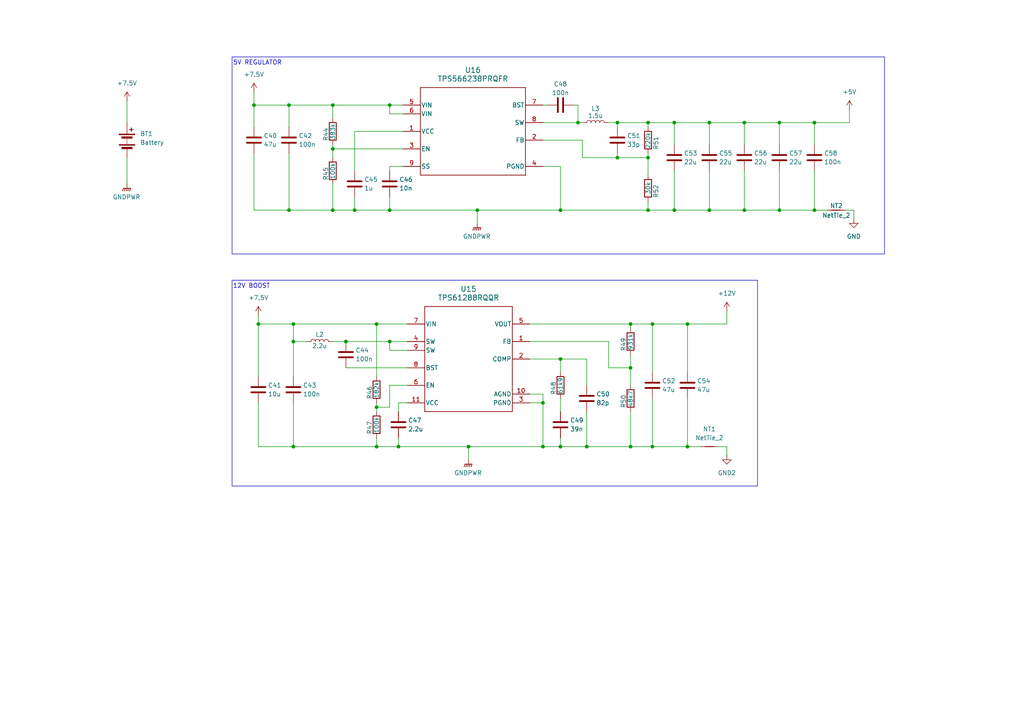
<source format=kicad_sch>
(kicad_sch (version 20231120) (generator "eeschema") (generator_version "8.0")
  (paper "A4")
  (lib_symbols
    (symbol "Device:Battery" (pin_numbers hide) (pin_names (offset 0) hide)
      (property "Reference" "BT1" (at 3.81 1.8416 0))
      (property "Value" "Battery" (at 3.81 -0.6984 0))
      (symbol "Battery_0_1"
        (rectangle (start -2.286 -1.27) (end 2.286 -1.524) (fill (type outline)))
        (rectangle (start -2.286 1.778) (end 2.286 1.524) (fill (type outline)))
        (rectangle (start -1.524 -2.032) (end 1.524 -2.54) (fill (type outline)))
        (rectangle (start -1.524 1.016) (end 1.524 0.508) (fill (type outline)))
        (polyline (pts (xy 0 -1.016) (xy 0 -0.762)))
        (polyline (pts (xy 0 -0.508) (xy 0 -0.254)))
        (polyline (pts (xy 0 0) (xy 0 0.254)))
        (polyline (pts (xy 0 1.778) (xy 0 2.54)))
        (polyline (pts (xy 0.762 3.048) (xy 1.778 3.048)) (stroke (width 0.254)))
        (polyline (pts (xy 1.27 3.556) (xy 1.27 2.54)) (stroke (width 0.254)))
      )
      (symbol "Battery_1_1"
        (pin power_out line (at 0 5.08 270) (length 2.54) (name "+") (number "1"))
        (pin power_out line (at 0 -5.08 90) (length 2.54) (name "-") (number "2"))
      )
    )
    (symbol "Device:C" (pin_numbers hide) (pin_names (offset 0.254))
      (property "Reference" "C" (at 0.635 2.54 0))
      (property "Value" "C" (at 0.635 -2.54 0))
      (symbol "C_0_1"
        (polyline (pts (xy -2.032 -0.762) (xy 2.032 -0.762)) (stroke (width 0.508)))
        (polyline (pts (xy -2.032 0.762) (xy 2.032 0.762)) (stroke (width 0.508)))
      )
      (symbol "C_1_1"
        (pin passive line (at 0 3.81 270) (length 2.794) (name "~") (number "1"))
        (pin passive line (at 0 -3.81 90) (length 2.794) (name "~") (number "2"))
      )
    )
    (symbol "Device:L" (pin_numbers hide) (pin_names (offset 1.016) hide)
      (property "Reference" "L" (at -1.27 0 90))
      (property "Value" "L" (at 1.905 0 90))
      (symbol "L_0_1"
        (arc (start 0 -2.54) (mid 0.6323 -1.905) (end 0 -1.27))
        (arc (start 0 -1.27) (mid 0.6323 -0.635) (end 0 0))
        (arc (start 0 0) (mid 0.6323 0.635) (end 0 1.27))
        (arc (start 0 1.27) (mid 0.6323 1.905) (end 0 2.54))
      )
      (symbol "L_1_1"
        (pin passive line (at 0 3.81 270) (length 1.27) (name "1") (number "1"))
        (pin passive line (at 0 -3.81 90) (length 1.27) (name "2") (number "2"))
      )
    )
    (symbol "Device:NetTie_2" (pin_numbers hide) (pin_names (offset 0) hide) (in_bom no)
      (property "Reference" "NT" (at 0 1.27 0))
      (property "Value" "NetTie_2" (at 0 -1.27 0))
      (symbol "NetTie_2_0_1"
        (polyline (pts (xy -1.27 0) (xy 1.27 0)) (stroke (width 0.254)))
      )
      (symbol "NetTie_2_1_1"
        (pin passive line (at -2.54 0 0) (length 2.54) (name "1") (number "1"))
        (pin passive line (at 2.54 0 180) (length 2.54) (name "2") (number "2"))
      )
    )
    (symbol "Device:R" (pin_numbers hide) (pin_names (offset 0))
      (property "Reference" "R" (at 2.032 0 90))
      (property "Value" "R" (at 0 0 90))
      (symbol "R_0_1"
        (rectangle (start -1.016 -2.54) (end 1.016 2.54) (stroke (width 0.254)))
      )
      (symbol "R_1_1"
        (pin passive line (at 0 3.81 270) (length 1.27) (name "~") (number "1"))
        (pin passive line (at 0 -3.81 90) (length 1.27) (name "~") (number "2"))
      )
    )
    (symbol "L_1" (pin_numbers hide) (pin_names (offset 1.016) hide)
      (property "Reference" "L3" (at 4.064 0 90))
      (property "Value" "1.5u" (at 2.032 0 90))
      (symbol "L_1_0_1"
        (arc (start 0 -2.54) (mid 0.6323 -1.905) (end 0 -1.27))
        (arc (start 0 -1.27) (mid 0.6323 -0.635) (end 0 0))
        (arc (start 0 0) (mid 0.6323 0.635) (end 0 1.27))
        (arc (start 0 1.27) (mid 0.6323 1.905) (end 0 2.54))
      )
      (symbol "L_1_1_1"
        (pin passive line (at 0 3.81 270) (length 1.27) (name "1") (number "1"))
        (pin power_out line (at 0 -3.81 90) (length 1.27) (name "2") (number "2"))
      )
    )
    (symbol "TPS566238PRQFR:TPS566238PRQFR" (pin_names (offset 0.254))
      (property "Reference" "U14" (at 0 17.78 0))
      (property "Value" "TPS566238PRQFR" (at 0 15.24 0))
      (symbol "TPS566238PRQFR_0_1"
        (polyline (pts (xy -15.24 -12.7) (xy 15.24 -12.7)) (stroke (width 0.2032)))
        (polyline (pts (xy -15.24 12.7) (xy -15.24 -12.7)) (stroke (width 0.2032)))
        (polyline (pts (xy 15.24 -12.7) (xy 15.24 12.7)) (stroke (width 0.2032)))
        (polyline (pts (xy 15.24 12.7) (xy -15.24 12.7)) (stroke (width 0.2032)))
        (pin power_in line (at -20.32 0 0) (length 5.08) (name "VCC") (number "1"))
        (pin input line (at 20.32 -2.54 180) (length 5.08) (name "FB") (number "2"))
        (pin input line (at -20.32 -5.08 0) (length 5.08) (name "EN") (number "3"))
        (pin power_in line (at 20.32 -10.16 180) (length 5.08) (name "PGND") (number "4"))
        (pin power_in line (at -20.32 7.62 0) (length 5.08) (name "VIN") (number "5"))
        (pin power_in line (at -20.32 5.08 0) (length 5.08) (name "VIN") (number "6"))
        (pin power_in line (at 20.32 7.62 180) (length 5.08) (name "BST") (number "7"))
        (pin unspecified line (at -20.32 -10.16 0) (length 5.08) (name "SS") (number "9"))
      )
      (symbol "TPS566238PRQFR_1_1"
        (pin power_out line (at 20.32 2.54 180) (length 5.08) (name "SW") (number "8"))
      )
    )
    (symbol "TPS61288RQQR:TPS61288RQQR" (pin_names (offset 0.254))
      (property "Reference" "U13" (at 17.78 10.16 0))
      (property "Value" "TPS61288RQQR" (at 17.78 7.62 0))
      (symbol "TPS61288RQQR_0_1"
        (polyline (pts (xy 5.08 -25.4) (xy 30.48 -25.4)) (stroke (width 0.2032)))
        (polyline (pts (xy 5.08 5.08) (xy 5.08 -25.4)) (stroke (width 0.2032)))
        (polyline (pts (xy 30.48 -25.4) (xy 30.48 5.08)) (stroke (width 0.2032)))
        (polyline (pts (xy 30.48 5.08) (xy 5.08 5.08)) (stroke (width 0.2032)))
        (pin unspecified line (at 35.56 -5.08 180) (length 5.08) (name "FB") (number "1"))
        (pin power_in line (at 35.56 -20.32 180) (length 5.08) (name "AGND") (number "10"))
        (pin unspecified line (at 0 -22.86 0) (length 5.08) (name "VCC") (number "11"))
        (pin unspecified line (at 35.56 -10.16 180) (length 5.08) (name "COMP") (number "2"))
        (pin power_in line (at 35.56 -22.86 180) (length 5.08) (name "PGND") (number "3"))
        (pin unspecified line (at 0 -5.08 0) (length 5.08) (name "SW") (number "4"))
        (pin input line (at 0 -17.78 0) (length 5.08) (name "EN") (number "6"))
        (pin power_in line (at 0 0 0) (length 5.08) (name "VIN") (number "7"))
        (pin unspecified line (at 0 -12.7 0) (length 5.08) (name "BST") (number "8"))
        (pin unspecified line (at 0 -7.62 0) (length 5.08) (name "SW") (number "9"))
      )
      (symbol "TPS61288RQQR_1_1"
        (pin power_out line (at 35.56 0 180) (length 5.08) (name "VOUT") (number "5"))
      )
    )
    (symbol "power:+12V" (power) (pin_numbers hide) (pin_names (offset 0) hide)
      (property "Value" "+12V" (at 0 3.556 0))
      (symbol "+12V_0_1"
        (polyline (pts (xy -0.762 1.27) (xy 0 2.54)))
        (polyline (pts (xy 0 0) (xy 0 2.54)))
        (polyline (pts (xy 0 2.54) (xy 0.762 1.27)))
      )
      (symbol "+12V_1_1"
        (pin power_in line (at 0 0 90) (length 0) (name "~") (number "1"))
      )
    )
    (symbol "power:+5V" (power) (pin_numbers hide) (pin_names (offset 0) hide)
      (property "Value" "+5V" (at 0 3.556 0))
      (symbol "+5V_0_1"
        (polyline (pts (xy -0.762 1.27) (xy 0 2.54)))
        (polyline (pts (xy 0 0) (xy 0 2.54)))
        (polyline (pts (xy 0 2.54) (xy 0.762 1.27)))
      )
      (symbol "+5V_1_1"
        (pin power_in line (at 0 0 90) (length 0) (name "~") (number "1"))
      )
    )
    (symbol "power:+7.5V" (power) (pin_numbers hide) (pin_names (offset 0) hide)
      (property "Value" "+7.5V" (at 0 3.556 0))
      (symbol "+7.5V_0_1"
        (polyline (pts (xy -0.762 1.27) (xy 0 2.54)))
        (polyline (pts (xy 0 0) (xy 0 2.54)))
        (polyline (pts (xy 0 2.54) (xy 0.762 1.27)))
      )
      (symbol "+7.5V_1_1"
        (pin power_in line (at 0 0 90) (length 0) (name "~") (number "1"))
      )
    )
    (symbol "power:GND" (power) (pin_numbers hide) (pin_names (offset 0) hide)
      (property "Value" "GND" (at 0 -3.81 0))
      (symbol "GND_0_1"
        (polyline (pts (xy 0 0) (xy 0 -1.27) (xy 1.27 -1.27) (xy 0 -2.54) (xy -1.27 -1.27) (xy 0 -1.27)))
      )
      (symbol "GND_1_1"
        (pin power_in line (at 0 0 270) (length 0) (name "~") (number "1"))
      )
    )
    (symbol "power:GND2" (power) (pin_numbers hide) (pin_names (offset 0) hide)
      (property "Value" "GND2" (at 0 -3.81 0))
      (symbol "GND2_0_1"
        (polyline (pts (xy 0 0) (xy 0 -1.27) (xy 1.27 -1.27) (xy 0 -2.54) (xy -1.27 -1.27) (xy 0 -1.27)))
      )
      (symbol "GND2_1_1"
        (pin power_in line (at 0 0 270) (length 0) (name "~") (number "1"))
      )
    )
    (symbol "power:GNDPWR" (power) (pin_numbers hide) (pin_names (offset 0) hide)
      (property "Value" "GNDPWR" (at 0 -3.302 0))
      (symbol "GNDPWR_0_1"
        (polyline (pts (xy 0 -1.27) (xy 0 0)))
        (polyline (pts (xy -1.016 -1.27) (xy -1.27 -2.032) (xy -1.27 -2.032)) (stroke (width 0.2032)))
        (polyline (pts (xy -0.508 -1.27) (xy -0.762 -2.032) (xy -0.762 -2.032)) (stroke (width 0.2032)))
        (polyline (pts (xy 0 -1.27) (xy -0.254 -2.032) (xy -0.254 -2.032)) (stroke (width 0.2032)))
        (polyline (pts (xy 0.508 -1.27) (xy 0.254 -2.032) (xy 0.254 -2.032)) (stroke (width 0.2032)))
        (polyline (pts (xy 1.016 -1.27) (xy -1.016 -1.27) (xy -1.016 -1.27)) (stroke (width 0.2032)))
        (polyline (pts (xy 1.016 -1.27) (xy 0.762 -2.032) (xy 0.762 -2.032) (xy 0.762 -2.032)) (stroke (width 0.2032)))
      )
      (symbol "GNDPWR_1_1"
        (pin power_in line (at 0 0 270) (length 0) (name "~") (number "1"))
      )
    )
  )
  (junction (at 85.09 99.06))
  (junction (at 162.56 104.14))
  (junction (at 100.33 99.06))
  (junction (at 199.39 93.98))
  (junction (at 162.56 60.96))
  (junction (at 109.22 118.11))
  (junction (at 205.74 35.56))
  (junction (at 215.9 60.96))
  (junction (at 162.56 129.54))
  (junction (at 179.07 45.72))
  (junction (at 115.57 129.54))
  (junction (at 85.09 129.54))
  (junction (at 170.18 129.54))
  (junction (at 157.48 116.84))
  (junction (at 236.22 60.96))
  (junction (at 236.22 35.56))
  (junction (at 109.22 129.54))
  (junction (at 187.96 60.96))
  (junction (at 113.03 60.96))
  (junction (at 226.06 35.56))
  (junction (at 215.9 35.56))
  (junction (at 135.89 129.54))
  (junction (at 102.87 60.96))
  (junction (at 199.39 129.54))
  (junction (at 189.23 129.54))
  (junction (at 182.88 129.54))
  (junction (at 138.43 60.96))
  (junction (at 195.58 60.96))
  (junction (at 73.66 30.48))
  (junction (at 205.74 60.96))
  (junction (at 182.88 106.68))
  (junction (at 226.06 60.96))
  (junction (at 179.07 35.56))
  (junction (at 187.96 35.56))
  (junction (at 83.82 60.96))
  (junction (at 189.23 93.98))
  (junction (at 157.48 129.54))
  (junction (at 74.93 93.98))
  (junction (at 195.58 35.56))
  (junction (at 96.52 30.48))
  (junction (at 109.22 93.98))
  (junction (at 182.88 93.98))
  (junction (at 187.96 45.72))
  (junction (at 83.82 30.48))
  (junction (at 96.52 43.18))
  (junction (at 113.03 30.48))
  (junction (at 113.03 99.06))
  (junction (at 85.09 93.98))
  (junction (at 96.52 60.96))
  (junction (at 167.64 35.56))
  (wire (pts (xy 162.56 104.14) (xy 162.56 107.95)))
  (wire (pts (xy 246.38 31.75) (xy 246.38 35.56)))
  (wire (pts (xy 73.66 60.96) (xy 83.82 60.96)))
  (wire (pts (xy 113.03 33.02) (xy 113.03 30.48)))
  (wire (pts (xy 113.03 111.76) (xy 113.03 118.11)))
  (wire (pts (xy 109.22 129.54) (xy 115.57 129.54)))
  (wire (pts (xy 162.56 127) (xy 162.56 129.54)))
  (wire (pts (xy 162.56 60.96) (xy 162.56 48.26)))
  (wire (pts (xy 113.03 99.06) (xy 118.11 99.06)))
  (wire (pts (xy 102.87 38.1) (xy 102.87 49.53)))
  (wire (pts (xy 113.03 118.11) (xy 109.22 118.11)))
  (wire (pts (xy 109.22 118.11) (xy 109.22 119.38)))
  (wire (pts (xy 182.88 106.68) (xy 182.88 111.76)))
  (wire (pts (xy 109.22 127) (xy 109.22 129.54)))
  (wire (pts (xy 102.87 57.15) (xy 102.87 60.96)))
  (wire (pts (xy 162.56 48.26) (xy 157.48 48.26)))
  (wire (pts (xy 182.88 93.98) (xy 189.23 93.98)))
  (wire (pts (xy 162.56 60.96) (xy 187.96 60.96)))
  (wire (pts (xy 157.48 30.48) (xy 158.75 30.48)))
  (wire (pts (xy 36.83 45.72) (xy 36.83 53.34)))
  (wire (pts (xy 245.11 60.96) (xy 247.65 60.96)))
  (wire (pts (xy 176.53 99.06) (xy 176.53 106.68)))
  (wire (pts (xy 115.57 116.84) (xy 115.57 119.38)))
  (wire (pts (xy 85.09 93.98) (xy 109.22 93.98)))
  (wire (pts (xy 100.33 106.68) (xy 118.11 106.68)))
  (wire (pts (xy 199.39 93.98) (xy 199.39 107.95)))
  (wire (pts (xy 157.48 114.3) (xy 157.48 116.84)))
  (wire (pts (xy 138.43 64.77) (xy 138.43 60.96)))
  (wire (pts (xy 236.22 60.96) (xy 240.03 60.96)))
  (wire (pts (xy 153.67 93.98) (xy 182.88 93.98)))
  (wire (pts (xy 199.39 93.98) (xy 210.82 93.98)))
  (wire (pts (xy 102.87 60.96) (xy 113.03 60.96)))
  (wire (pts (xy 116.84 33.02) (xy 113.03 33.02)))
  (wire (pts (xy 74.93 93.98) (xy 85.09 93.98)))
  (wire (pts (xy 236.22 60.96) (xy 226.06 60.96)))
  (wire (pts (xy 195.58 60.96) (xy 187.96 60.96)))
  (wire (pts (xy 247.65 60.96) (xy 247.65 63.5)))
  (wire (pts (xy 83.82 30.48) (xy 96.52 30.48)))
  (wire (pts (xy 167.64 35.56) (xy 168.91 35.56)))
  (wire (pts (xy 88.9 99.06) (xy 85.09 99.06)))
  (wire (pts (xy 208.28 129.54) (xy 210.82 129.54)))
  (wire (pts (xy 205.74 49.53) (xy 205.74 60.96)))
  (wire (pts (xy 83.82 44.45) (xy 83.82 60.96)))
  (wire (pts (xy 205.74 60.96) (xy 195.58 60.96)))
  (wire (pts (xy 85.09 129.54) (xy 109.22 129.54)))
  (wire (pts (xy 176.53 106.68) (xy 182.88 106.68)))
  (wire (pts (xy 73.66 30.48) (xy 73.66 36.83)))
  (wire (pts (xy 170.18 119.38) (xy 170.18 129.54)))
  (wire (pts (xy 118.11 111.76) (xy 113.03 111.76)))
  (wire (pts (xy 153.67 116.84) (xy 157.48 116.84)))
  (wire (pts (xy 116.84 43.18) (xy 96.52 43.18)))
  (wire (pts (xy 215.9 35.56) (xy 215.9 41.91)))
  (wire (pts (xy 85.09 99.06) (xy 85.09 93.98)))
  (wire (pts (xy 187.96 45.72) (xy 187.96 50.8)))
  (wire (pts (xy 226.06 35.56) (xy 226.06 41.91)))
  (wire (pts (xy 73.66 26.67) (xy 73.66 30.48)))
  (wire (pts (xy 113.03 48.26) (xy 113.03 49.53)))
  (wire (pts (xy 189.23 129.54) (xy 199.39 129.54)))
  (wire (pts (xy 153.67 99.06) (xy 176.53 99.06)))
  (wire (pts (xy 162.56 129.54) (xy 170.18 129.54)))
  (wire (pts (xy 189.23 115.57) (xy 189.23 129.54)))
  (wire (pts (xy 210.82 129.54) (xy 210.82 132.08)))
  (wire (pts (xy 236.22 35.56) (xy 246.38 35.56)))
  (wire (pts (xy 187.96 35.56) (xy 195.58 35.56)))
  (wire (pts (xy 118.11 116.84) (xy 115.57 116.84)))
  (wire (pts (xy 96.52 60.96) (xy 102.87 60.96)))
  (wire (pts (xy 135.89 129.54) (xy 157.48 129.54)))
  (wire (pts (xy 199.39 129.54) (xy 203.2 129.54)))
  (wire (pts (xy 187.96 35.56) (xy 187.96 36.83)))
  (wire (pts (xy 83.82 30.48) (xy 83.82 36.83)))
  (wire (pts (xy 109.22 93.98) (xy 109.22 109.22)))
  (wire (pts (xy 215.9 60.96) (xy 205.74 60.96)))
  (wire (pts (xy 170.18 129.54) (xy 182.88 129.54)))
  (wire (pts (xy 210.82 90.17) (xy 210.82 93.98)))
  (wire (pts (xy 168.91 40.64) (xy 168.91 45.72)))
  (wire (pts (xy 153.67 104.14) (xy 162.56 104.14)))
  (wire (pts (xy 157.48 129.54) (xy 162.56 129.54)))
  (wire (pts (xy 73.66 30.48) (xy 83.82 30.48)))
  (wire (pts (xy 199.39 115.57) (xy 199.39 129.54)))
  (wire (pts (xy 226.06 35.56) (xy 236.22 35.56)))
  (wire (pts (xy 138.43 60.96) (xy 162.56 60.96)))
  (wire (pts (xy 162.56 115.57) (xy 162.56 119.38)))
  (wire (pts (xy 215.9 35.56) (xy 226.06 35.56)))
  (wire (pts (xy 226.06 49.53) (xy 226.06 60.96)))
  (wire (pts (xy 96.52 43.18) (xy 96.52 41.91)))
  (wire (pts (xy 162.56 104.14) (xy 170.18 104.14)))
  (wire (pts (xy 85.09 99.06) (xy 85.09 109.22)))
  (wire (pts (xy 118.11 101.6) (xy 113.03 101.6)))
  (wire (pts (xy 215.9 49.53) (xy 215.9 60.96)))
  (wire (pts (xy 109.22 116.84) (xy 109.22 118.11)))
  (wire (pts (xy 168.91 45.72) (xy 179.07 45.72)))
  (wire (pts (xy 182.88 129.54) (xy 189.23 129.54)))
  (wire (pts (xy 157.48 116.84) (xy 157.48 129.54)))
  (wire (pts (xy 113.03 60.96) (xy 113.03 57.15)))
  (wire (pts (xy 179.07 35.56) (xy 179.07 36.83)))
  (wire (pts (xy 187.96 44.45) (xy 187.96 45.72)))
  (wire (pts (xy 187.96 60.96) (xy 187.96 58.42)))
  (wire (pts (xy 74.93 116.84) (xy 74.93 129.54)))
  (wire (pts (xy 153.67 114.3) (xy 157.48 114.3)))
  (wire (pts (xy 113.03 60.96) (xy 138.43 60.96)))
  (wire (pts (xy 109.22 93.98) (xy 118.11 93.98)))
  (wire (pts (xy 167.64 30.48) (xy 167.64 35.56)))
  (wire (pts (xy 166.37 30.48) (xy 167.64 30.48)))
  (wire (pts (xy 195.58 35.56) (xy 205.74 35.56)))
  (wire (pts (xy 179.07 44.45) (xy 179.07 45.72)))
  (wire (pts (xy 96.52 99.06) (xy 100.33 99.06)))
  (wire (pts (xy 135.89 129.54) (xy 135.89 133.35)))
  (wire (pts (xy 205.74 35.56) (xy 205.74 41.91)))
  (wire (pts (xy 74.93 91.44) (xy 74.93 93.98)))
  (wire (pts (xy 116.84 48.26) (xy 113.03 48.26)))
  (wire (pts (xy 236.22 35.56) (xy 236.22 41.91)))
  (wire (pts (xy 85.09 116.84) (xy 85.09 129.54)))
  (wire (pts (xy 100.33 99.06) (xy 113.03 99.06)))
  (wire (pts (xy 96.52 30.48) (xy 96.52 34.29)))
  (wire (pts (xy 73.66 44.45) (xy 73.66 60.96)))
  (wire (pts (xy 96.52 53.34) (xy 96.52 60.96)))
  (wire (pts (xy 189.23 93.98) (xy 189.23 107.95)))
  (wire (pts (xy 36.83 29.21) (xy 36.83 35.56)))
  (wire (pts (xy 189.23 93.98) (xy 199.39 93.98)))
  (wire (pts (xy 96.52 43.18) (xy 96.52 45.72)))
  (wire (pts (xy 182.88 119.38) (xy 182.88 129.54)))
  (wire (pts (xy 83.82 60.96) (xy 96.52 60.96)))
  (wire (pts (xy 205.74 35.56) (xy 215.9 35.56)))
  (wire (pts (xy 113.03 30.48) (xy 116.84 30.48)))
  (wire (pts (xy 116.84 38.1) (xy 102.87 38.1)))
  (wire (pts (xy 96.52 30.48) (xy 113.03 30.48)))
  (wire (pts (xy 115.57 129.54) (xy 135.89 129.54)))
  (wire (pts (xy 226.06 60.96) (xy 215.9 60.96)))
  (wire (pts (xy 113.03 101.6) (xy 113.03 99.06)))
  (wire (pts (xy 74.93 129.54) (xy 85.09 129.54)))
  (wire (pts (xy 236.22 49.53) (xy 236.22 60.96)))
  (wire (pts (xy 157.48 40.64) (xy 168.91 40.64)))
  (wire (pts (xy 182.88 93.98) (xy 182.88 95.25)))
  (wire (pts (xy 157.48 35.56) (xy 167.64 35.56)))
  (wire (pts (xy 195.58 49.53) (xy 195.58 60.96)))
  (wire (pts (xy 115.57 127) (xy 115.57 129.54)))
  (wire (pts (xy 179.07 35.56) (xy 187.96 35.56)))
  (wire (pts (xy 195.58 35.56) (xy 195.58 41.91)))
  (wire (pts (xy 176.53 35.56) (xy 179.07 35.56)))
  (wire (pts (xy 179.07 45.72) (xy 187.96 45.72)))
  (wire (pts (xy 74.93 93.98) (xy 74.93 109.22)))
  (wire (pts (xy 182.88 102.87) (xy 182.88 106.68)))
  (wire (pts (xy 170.18 104.14) (xy 170.18 111.76)))
  (rectangle (start 67.31 81.28) (end 219.71 140.97))
  (rectangle (start 67.31 16.51) (end 256.54 73.66))
  (text "5V REGULATOR\n" (at 74.676 18.288 0) (effects (font (size 1.27 1.27))))
  (text "12V BOOST\n\n" (at 67.564 84.074 0) (effects (font (size 1.27 1.27)) (justify left)))
  (symbol (lib_id "Device:R") (at 96.52 38.1 0) (unit 1)
    (property "Reference" "R44" (at 94.488 40.894 90) (effects (justify left)))
    (property "Value" "383k" (at 96.52 40.64 90) (effects (justify left)))
    (property "Footprint" "Resistor_SMD:R_0402_1005Metric" (effects (hide yes)))
    (property "Description" "Resistor" (effects (hide yes)))
    (property "DIGIKEY_PN" "P383KLCT-ND" (effects (hide yes)))
  )
  (symbol (lib_id "Device:C") (at 162.56 123.19 0) (unit 1)
    (property "Reference" "C49" (at 165.354 121.92 0) (effects (justify left)))
    (property "Value" "39n" (at 165.354 124.46 0) (effects (justify left)))
    (property "Footprint" "Capacitor_SMD:C_0603_1608Metric" (effects (hide yes)))
    (property "Description" "Unpolarized capacitor" (effects (hide yes)))
    (property "DIGIKEY_PN" "1276-2055-1-ND" (effects (hide yes)))
  )
  (symbol (lib_id "TPS566238PRQFR:TPS566238PRQFR") (at 137.16 38.1 0) (unit 1)
    (property "Reference" "U16" (at 137.16 20.32 0) (effects (font (size 1.524 1.524))))
    (property "Value" "TPS566238PRQFR" (at 137.16 22.86 0) (effects (font (size 1.524 1.524))))
    (property "Footprint" "TPS566238PRQFR:RQF0009A" (effects (hide yes)))
    (property "Datasheet" "TPS566238PRQFR" (effects (hide yes)))
    (property "DIGIKEY_PN" "296-TPS566238PRQFRCT-ND" (effects (hide yes)))
  )
  (symbol (lib_id "Device:C") (at 195.58 45.72 0) (unit 1)
    (property "Reference" "C53" (at 198.374 44.45 0) (effects (justify left)))
    (property "Value" "22u" (at 198.374 46.99 0) (effects (justify left)))
    (property "Footprint" "Capacitor_SMD:C_1206_3216Metric" (effects (hide yes)))
    (property "Description" "Unpolarized capacitor" (effects (hide yes)))
    (property "DIGIKEY_PN" "1276-3047-1-ND" (effects (hide yes)))
  )
  (symbol (lib_id "Device:C") (at 226.06 45.72 0) (unit 1)
    (property "Reference" "C57" (at 228.854 44.45 0) (effects (justify left)))
    (property "Value" "22u" (at 228.854 46.99 0) (effects (justify left)))
    (property "Footprint" "Capacitor_SMD:C_1206_3216Metric" (effects (hide yes)))
    (property "Description" "Unpolarized capacitor" (effects (hide yes)))
    (property "DIGIKEY_PN" "1276-3047-1-ND" (effects (hide yes)))
  )
  (symbol (lib_id "Device:NetTie_2") (at 205.74 129.54 0) (unit 1) (in_bom no)
    (property "Reference" "NT1" (at 205.74 124.46 0))
    (property "Value" "NetTie_2" (at 205.74 127 0))
    (property "Footprint" "NetTie:NetTie-2_SMD_Pad2.0mm" (effects (hide yes)))
    (property "Description" "Net tie, 2 pins" (effects (hide yes)))
  )
  (symbol (lib_id "Device:C") (at 115.57 123.19 0) (unit 1)
    (property "Reference" "C47" (at 118.364 121.92 0) (effects (justify left)))
    (property "Value" "2.2u" (at 118.364 124.46 0) (effects (justify left)))
    (property "Footprint" "Capacitor_SMD:C_0603_1608Metric" (effects (hide yes)))
    (property "Description" "Unpolarized capacitor" (effects (hide yes)))
    (property "DIGIKEY_PN" "1276-1040-1-ND" (effects (hide yes)))
  )
  (symbol (lib_id "Device:C") (at 179.07 40.64 0) (unit 1)
    (property "Reference" "C51" (at 181.864 39.37 0) (effects (justify left)))
    (property "Value" "33p" (at 181.864 41.91 0) (effects (justify left)))
    (property "Footprint" "Capacitor_SMD:C_0402_1005Metric" (effects (hide yes)))
    (property "Description" "Unpolarized capacitor" (effects (hide yes)))
    (property "DIGIKEY_PN" "1276-1272-1-ND" (effects (hide yes)))
  )
  (symbol (lib_id "Device:C") (at 189.23 111.76 0) (unit 1)
    (property "Reference" "C52" (at 192.024 110.49 0) (effects (justify left)))
    (property "Value" "47u" (at 192.024 113.03 0) (effects (justify left)))
    (property "Footprint" "Capacitor_SMD:C_1210_3225Metric" (effects (hide yes)))
    (property "Description" "Unpolarized capacitor" (effects (hide yes)))
    (property "DIGIKEY_PN" "490-10531-1-ND" (effects (hide yes)))
  )
  (symbol (lib_id "power:GNDPWR") (at 135.89 133.35 0) (unit 1)
    (property "Reference" "#PWR086" (effects (hide yes)))
    (property "Value" "GNDPWR" (at 135.763 137.16 0))
    (property "Description" "Power symbol creates a global label with name \"GNDPWR\" , global ground" (effects (hide yes)))
  )
  (symbol (lib_id "power:GNDPWR") (at 36.83 53.34 0) (unit 1)
    (property "Reference" "#PWR083" (effects (hide yes)))
    (property "Value" "GNDPWR" (at 36.703 57.15 0))
    (property "Description" "Power symbol creates a global label with name \"GNDPWR\" , global ground" (effects (hide yes)))
  )
  (symbol (lib_id "Device:R") (at 109.22 113.03 0) (unit 1)
    (property "Reference" "R46" (at 107.188 115.824 90) (effects (justify left)))
    (property "Value" "182k" (at 109.22 115.57 90) (effects (justify left)))
    (property "Footprint" "Resistor_SMD:R_0402_1005Metric" (effects (hide yes)))
    (property "Description" "Resistor" (effects (hide yes)))
    (property "DIGIKEY_PN" "P182KLCT-ND" (effects (hide yes)))
  )
  (symbol (lib_id "power:GNDPWR") (at 138.43 64.77 0) (unit 1)
    (property "Reference" "#PWR087" (effects (hide yes)))
    (property "Value" "GNDPWR" (at 138.303 68.58 0))
    (property "Description" "Power symbol creates a global label with name \"GNDPWR\" , global ground" (effects (hide yes)))
  )
  (symbol (lib_id "Device:C") (at 162.56 30.48 90) (unit 1)
    (property "Reference" "C48" (at 162.56 24.384 90))
    (property "Value" "100n" (at 162.56 26.924 90))
    (property "Footprint" "Capacitor_SMD:C_0603_1608Metric" (effects (hide yes)))
    (property "Description" "Unpolarized capacitor" (effects (hide yes)))
    (property "DIGIKEY_PN" "1276-1033-1-ND" (effects (hide yes)))
  )
  (symbol (lib_id "Device:R") (at 109.22 123.19 0) (unit 1)
    (property "Reference" "R47" (at 107.188 125.984 90) (effects (justify left)))
    (property "Value" "100k" (at 109.22 125.73 90) (effects (justify left)))
    (property "Footprint" "Resistor_SMD:R_0603_1608Metric" (effects (hide yes)))
    (property "Description" "Resistor" (effects (hide yes)))
    (property "DIGIKEY_PN" "P100KHCT-ND" (effects (hide yes)))
  )
  (symbol (lib_id "Device:C") (at 85.09 113.03 0) (unit 1)
    (property "Reference" "C43" (at 87.884 111.76 0) (effects (justify left)))
    (property "Value" "100n" (at 87.884 114.3 0) (effects (justify left)))
    (property "Footprint" "Capacitor_SMD:C_0603_1608Metric" (effects (hide yes)))
    (property "Description" "Unpolarized capacitor" (effects (hide yes)))
    (property "DIGIKEY_PN" "1276-1033-1-ND" (effects (hide yes)))
  )
  (symbol (lib_id "Device:C") (at 170.18 115.57 0) (unit 1)
    (property "Reference" "C50" (at 172.974 114.3 0) (effects (justify left)))
    (property "Value" "82p" (at 172.974 116.84 0) (effects (justify left)))
    (property "Footprint" "Capacitor_SMD:C_0402_1005Metric" (effects (hide yes)))
    (property "Description" "Unpolarized capacitor" (effects (hide yes)))
    (property "DIGIKEY_PN" "311-1023-1-ND" (effects (hide yes)))
  )
  (symbol (lib_id "power:+5V") (at 246.38 31.75 0) (unit 1)
    (property "Reference" "#PWR090" (effects (hide yes)))
    (property "Value" "+5V" (at 246.38 26.67 0))
    (property "Description" "Power symbol creates a global label with name \"+5V\"" (effects (hide yes)))
  )
  (symbol (lib_name "L_1") (lib_id "Device:L") (at 172.72 35.56 90) (unit 1)
    (property "Reference" "L3" (at 172.72 31.496 90))
    (property "Value" "1.5u" (at 172.72 33.528 90))
    (property "Footprint" "inductors:IND_-1R5MC_SUM" (effects (hide yes)))
    (property "Description" "Inductor" (effects (hide yes)))
    (property "DIGIKEY_PN" "308-2497-1-ND" (effects (hide yes)))
  )
  (symbol (lib_id "Device:R") (at 187.96 40.64 0) (unit 1)
    (property "Reference" "R51" (at 190.246 43.434 90) (effects (justify left)))
    (property "Value" "220k" (at 187.96 43.18 90) (effects (justify left)))
    (property "Footprint" "Resistor_SMD:R_0402_1005Metric" (effects (hide yes)))
    (property "Description" "Resistor" (effects (hide yes)))
    (property "DIGIKEY_PN" "P220KLCT-ND" (effects (hide yes)))
  )
  (symbol (lib_id "Device:C") (at 236.22 45.72 0) (unit 1)
    (property "Reference" "C58" (at 239.014 44.45 0) (effects (justify left)))
    (property "Value" "100n" (at 239.014 46.99 0) (effects (justify left)))
    (property "Footprint" "Capacitor_SMD:C_0603_1608Metric" (effects (hide yes)))
    (property "Description" "Unpolarized capacitor" (effects (hide yes)))
    (property "DIGIKEY_PN" "1276-1033-1-ND" (effects (hide yes)))
  )
  (symbol (lib_id "Device:R") (at 182.88 115.57 0) (unit 1)
    (property "Reference" "R50" (at 180.848 118.364 90) (effects (justify left)))
    (property "Value" "48k7" (at 182.88 118.11 90) (effects (justify left)))
    (property "Footprint" "Resistor_SMD:R_0402_1005Metric" (effects (hide yes)))
    (property "Description" "Resistor" (effects (hide yes)))
    (property "DIGIKEY_PN" "P48.7KLCT-ND" (effects (hide yes)))
  )
  (symbol (lib_id "power:+7.5V") (at 36.83 29.21 0) (unit 1)
    (property "Reference" "#PWR082" (effects (hide yes)))
    (property "Value" "+7.5V" (at 36.83 24.13 0))
    (property "Description" "Power symbol creates a global label with name \"+7.5V\"" (effects (hide yes)))
  )
  (symbol (lib_id "power:GND2") (at 210.82 132.08 0) (unit 1)
    (property "Reference" "#PWR089" (effects (hide yes)))
    (property "Value" "GND2" (at 210.82 137.16 0))
    (property "Description" "Power symbol creates a global label with name \"GND2\" , ground" (effects (hide yes)))
  )
  (symbol (lib_id "Device:C") (at 100.33 102.87 0) (unit 1)
    (property "Reference" "C44" (at 103.124 101.6 0) (effects (justify left)))
    (property "Value" "100n" (at 103.124 104.14 0) (effects (justify left)))
    (property "Footprint" "Capacitor_SMD:C_0603_1608Metric" (effects (hide yes)))
    (property "Description" "Unpolarized capacitor" (effects (hide yes)))
    (property "DIGIKEY_PN" "1276-1033-1-ND" (effects (hide yes)))
  )
  (symbol (lib_id "power:+7.5V") (at 74.93 91.44 0) (unit 1)
    (property "Reference" "#PWR085" (effects (hide yes)))
    (property "Value" "+7.5V" (at 74.93 86.36 0))
    (property "Description" "Power symbol creates a global label with name \"+7.5V\"" (effects (hide yes)))
  )
  (symbol (lib_id "Device:R") (at 182.88 99.06 0) (unit 1)
    (property "Reference" "R49" (at 180.848 101.854 90) (effects (justify left)))
    (property "Value" "931k" (at 182.88 101.6 90) (effects (justify left)))
    (property "Footprint" "Resistor_SMD:R_0402_1005Metric" (effects (hide yes)))
    (property "Description" "Resistor" (effects (hide yes)))
    (property "DIGIKEY_PN" "P931KLCT-ND" (effects (hide yes)))
  )
  (symbol (lib_id "Device:C") (at 73.66 40.64 0) (unit 1)
    (property "Reference" "C40" (at 76.454 39.37 0) (effects (justify left)))
    (property "Value" "47u" (at 76.454 41.91 0) (effects (justify left)))
    (property "Footprint" "Capacitor_SMD:C_1210_3225Metric" (effects (hide yes)))
    (property "Description" "Unpolarized capacitor" (effects (hide yes)))
    (property "DIGIKEY_PN" "490-10531-1-ND" (effects (hide yes)))
  )
  (symbol (lib_id "Device:C") (at 113.03 53.34 0) (unit 1)
    (property "Reference" "C46" (at 115.824 52.07 0) (effects (justify left)))
    (property "Value" "10n" (at 115.824 54.61 0) (effects (justify left)))
    (property "Footprint" "Capacitor_SMD:C_0402_1005Metric" (effects (hide yes)))
    (property "Description" "Unpolarized capacitor" (effects (hide yes)))
    (property "DIGIKEY_PN" "1276-1028-1-ND" (effects (hide yes)))
  )
  (symbol (lib_id "Device:R") (at 187.96 54.61 0) (unit 1)
    (property "Reference" "R52" (at 190.246 57.404 90) (effects (justify left)))
    (property "Value" "30k" (at 187.96 56.388 90) (effects (justify left)))
    (property "Footprint" "Resistor_SMD:R_0402_1005Metric" (effects (hide yes)))
    (property "Description" "Resistor" (effects (hide yes)))
    (property "DIGIKEY_PN" "P30.0KLCT-ND" (effects (hide yes)))
  )
  (symbol (lib_id "Device:R") (at 96.52 49.53 0) (unit 1)
    (property "Reference" "R45" (at 94.488 52.324 90) (effects (justify left)))
    (property "Value" "100k" (at 96.52 52.07 90) (effects (justify left)))
    (property "Footprint" "Resistor_SMD:R_0603_1608Metric" (effects (hide yes)))
    (property "Description" "Resistor" (effects (hide yes)))
    (property "DIGIKEY_PN" "P100KHCT-ND" (effects (hide yes)))
  )
  (symbol (lib_id "Device:C") (at 215.9 45.72 0) (unit 1)
    (property "Reference" "C56" (at 218.694 44.45 0) (effects (justify left)))
    (property "Value" "22u" (at 218.694 46.99 0) (effects (justify left)))
    (property "Footprint" "Capacitor_SMD:C_1206_3216Metric" (effects (hide yes)))
    (property "Description" "Unpolarized capacitor" (effects (hide yes)))
    (property "DIGIKEY_PN" "1276-3047-1-ND" (effects (hide yes)))
  )
  (symbol (lib_id "TPS61288RQQR:TPS61288RQQR") (at 118.11 93.98 0) (unit 1)
    (property "Reference" "U15" (at 135.89 83.82 0) (effects (font (size 1.524 1.524))))
    (property "Value" "TPS61288RQQR" (at 135.89 86.36 0) (effects (font (size 1.524 1.524))))
    (property "Footprint" "TPS61288RQQR:RQQ0011A-MFG" (effects (hide yes)))
    (property "Datasheet" "TPS61288RQQR" (effects (hide yes)))
    (property "DIGIKEY_PN" "296-TPS61288RQQRCT-ND" (effects (hide yes)))
  )
  (symbol (lib_id "power:GND") (at 247.65 63.5 0) (unit 1)
    (property "Reference" "#PWR091" (effects (hide yes)))
    (property "Value" "GND" (at 247.65 68.58 0))
    (property "Description" "Power symbol creates a global label with name \"GND\" , ground" (effects (hide yes)))
  )
  (symbol (lib_id "Device:L") (at 92.71 99.06 90) (unit 1)
    (property "Reference" "L2" (at 92.71 97.028 90))
    (property "Value" "2.2u" (at 92.71 100.33 90))
    (property "Footprint" "inductors:IND_IHLP-5050CE-01_VIS" (effects (hide yes)))
    (property "Description" "Inductor" (effects (hide yes)))
    (property "DIGIKEY_PN" "541-1019-1-ND" (effects (hide yes)))
  )
  (symbol (lib_id "Device:C") (at 83.82 40.64 0) (unit 1)
    (property "Reference" "C42" (at 86.614 39.37 0) (effects (justify left)))
    (property "Value" "100n" (at 86.614 41.91 0) (effects (justify left)))
    (property "Footprint" "Capacitor_SMD:C_0603_1608Metric" (effects (hide yes)))
    (property "Description" "Unpolarized capacitor" (effects (hide yes)))
    (property "DIGIKEY_PN" "1276-1033-1-ND" (effects (hide yes)))
  )
  (symbol (lib_id "Device:R") (at 162.56 111.76 0) (unit 1)
    (property "Reference" "R48" (at 160.528 114.554 90) (effects (justify left)))
    (property "Value" "61k9" (at 162.56 114.3 90) (effects (justify left)))
    (property "Footprint" "Resistor_SMD:R_0402_1005Metric" (effects (hide yes)))
    (property "Description" "Resistor" (effects (hide yes)))
    (property "DIGIKEY_PN" "P61.9KLCT-ND" (effects (hide yes)))
  )
  (symbol (lib_id "power:+12V") (at 210.82 90.17 0) (unit 1)
    (property "Reference" "#PWR088" (effects (hide yes)))
    (property "Value" "+12V" (at 210.82 85.09 0))
    (property "Description" "Power symbol creates a global label with name \"+12V\"" (effects (hide yes)))
  )
  (symbol (lib_id "Device:NetTie_2") (at 242.57 60.96 0) (unit 1) (in_bom no)
    (property "Reference" "NT2" (at 242.57 59.69 0))
    (property "Value" "NetTie_2" (at 242.57 62.484 0))
    (property "Footprint" "NetTie:NetTie-2_SMD_Pad2.0mm" (effects (hide yes)))
    (property "Description" "Net tie, 2 pins" (effects (hide yes)))
  )
  (symbol (lib_id "power:+7.5V") (at 73.66 26.67 0) (unit 1)
    (property "Reference" "#PWR084" (effects (hide yes)))
    (property "Value" "+7.5V" (at 73.66 21.59 0))
    (property "Description" "Power symbol creates a global label with name \"+7.5V\"" (effects (hide yes)))
  )
  (symbol (lib_id "Device:C") (at 205.74 45.72 0) (unit 1)
    (property "Reference" "C55" (at 208.534 44.45 0) (effects (justify left)))
    (property "Value" "22u" (at 208.534 46.99 0) (effects (justify left)))
    (property "Footprint" "Capacitor_SMD:C_1206_3216Metric" (effects (hide yes)))
    (property "Description" "Unpolarized capacitor" (effects (hide yes)))
    (property "DIGIKEY_PN" "1276-3047-1-ND" (effects (hide yes)))
  )
  (symbol (lib_id "Device:C") (at 102.87 53.34 0) (unit 1)
    (property "Reference" "C45" (at 105.664 52.07 0) (effects (justify left)))
    (property "Value" "1u" (at 105.664 54.61 0) (effects (justify left)))
    (property "Footprint" "Capacitor_SMD:C_0805_2012Metric" (effects (hide yes)))
    (property "Description" "Unpolarized capacitor" (effects (hide yes)))
    (property "DIGIKEY_PN" "1276-1029-1-ND" (effects (hide yes)))
  )
  (symbol (lib_id "Device:Battery") (at 36.83 40.64 0) (unit 1)
    (property "Reference" "BT1" (at 40.64 38.7984 0) (effects (justify left)))
    (property "Value" "Battery" (at 40.64 41.3384 0) (effects (justify left)))
    (property "Footprint" "DEANS:DEANS" (effects (hide yes)))
    (property "Description" "Multiple-cell battery" (effects (hide yes)))
    (property "DIGIKEY_PN" "1568-1659-ND" (effects (hide yes)))
  )
  (symbol (lib_id "Device:C") (at 74.93 113.03 0) (unit 1)
    (property "Reference" "C41" (at 77.724 111.76 0) (effects (justify left)))
    (property "Value" "10u" (at 77.724 114.3 0) (effects (justify left)))
    (property "Footprint" "Capacitor_SMD:C_0805_2012Metric" (effects (hide yes)))
    (property "Description" "Unpolarized capacitor" (effects (hide yes)))
    (property "DIGIKEY_PN" "1276-6455-1-ND" (effects (hide yes)))
  )
  (symbol (lib_id "Device:C") (at 199.39 111.76 0) (unit 1)
    (property "Reference" "C54" (at 202.184 110.49 0) (effects (justify left)))
    (property "Value" "47u" (at 202.184 113.03 0) (effects (justify left)))
    (property "Footprint" "Capacitor_SMD:C_1210_3225Metric" (effects (hide yes)))
    (property "Description" "Unpolarized capacitor" (effects (hide yes)))
    (property "DIGIKEY_PN" "490-10531-1-ND" (effects (hide yes)))
  )
)
</source>
